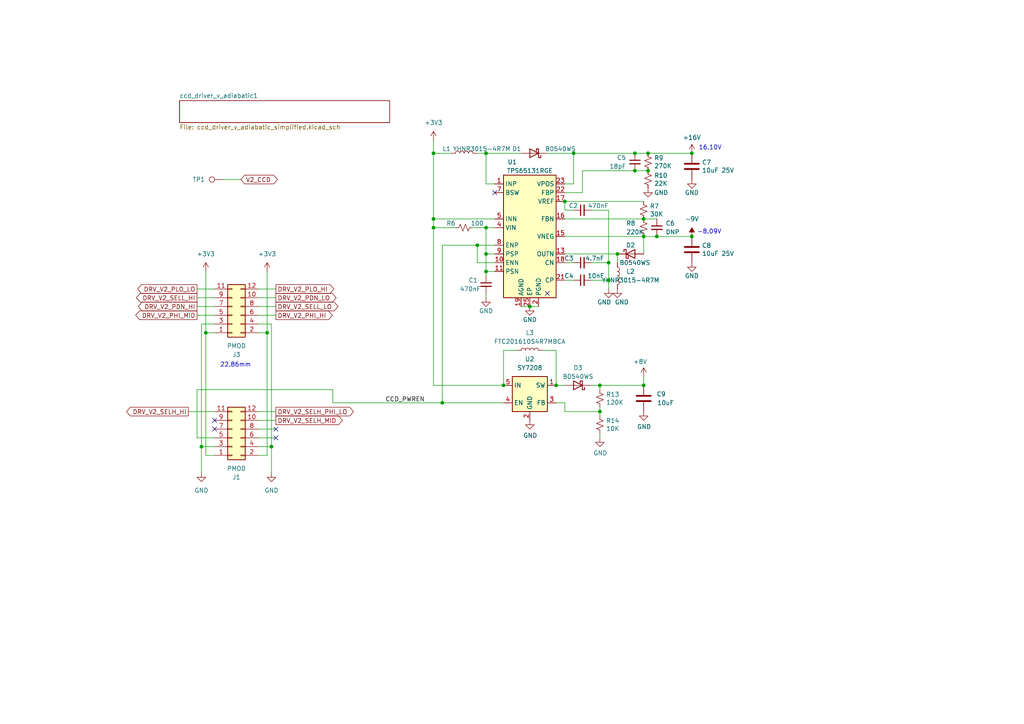
<source format=kicad_sch>
(kicad_sch (version 20231120) (generator "eeschema") (generator_version "8.0")
  (paper "A4")
  (lib_symbols
    (symbol "Connector:TestPoint" (pin_numbers hide) (pin_names (offset 0.762) hide)
      (property "Reference" "TP" (at 0 6.858 0))
      (property "Value" "TestPoint" (at 0 5.08 0))
      (symbol "TestPoint_0_1"
        (circle (center 0 3.302) (radius 0.762))
      )
      (symbol "TestPoint_1_1"
        (pin passive line (at 0 0 90) (length 2.54) (name "1") (number "1"))
      )
    )
    (symbol "Connector_Generic:Conn_02x06_Odd_Even" (pin_names (offset 1.016) hide)
      (property "Reference" "J" (at 1.27 7.62 0))
      (property "Value" "Conn_02x06_Odd_Even" (at 1.27 -10.16 0))
      (symbol "Conn_02x06_Odd_Even_1_1"
        (rectangle (start -1.27 -7.493) (end 0 -7.747) (stroke (width 0.1524)))
        (rectangle (start -1.27 -4.953) (end 0 -5.207) (stroke (width 0.1524)))
        (rectangle (start -1.27 -2.413) (end 0 -2.667) (stroke (width 0.1524)))
        (rectangle (start -1.27 0.127) (end 0 -0.127) (stroke (width 0.1524)))
        (rectangle (start -1.27 2.667) (end 0 2.413) (stroke (width 0.1524)))
        (rectangle (start -1.27 5.207) (end 0 4.953) (stroke (width 0.1524)))
        (rectangle (start -1.27 6.35) (end 3.81 -8.89) (stroke (width 0.254)) (fill (type background)))
        (rectangle (start 3.81 -7.493) (end 2.54 -7.747) (stroke (width 0.1524)))
        (rectangle (start 3.81 -4.953) (end 2.54 -5.207) (stroke (width 0.1524)))
        (rectangle (start 3.81 -2.413) (end 2.54 -2.667) (stroke (width 0.1524)))
        (rectangle (start 3.81 0.127) (end 2.54 -0.127) (stroke (width 0.1524)))
        (rectangle (start 3.81 2.667) (end 2.54 2.413) (stroke (width 0.1524)))
        (rectangle (start 3.81 5.207) (end 2.54 4.953) (stroke (width 0.1524)))
        (pin passive line (at -5.08 5.08 0) (length 3.81) (name "Pin_1") (number "1"))
        (pin passive line (at 7.62 -5.08 180) (length 3.81) (name "Pin_10") (number "10"))
        (pin passive line (at -5.08 -7.62 0) (length 3.81) (name "Pin_11") (number "11"))
        (pin passive line (at 7.62 -7.62 180) (length 3.81) (name "Pin_12") (number "12"))
        (pin passive line (at 7.62 5.08 180) (length 3.81) (name "Pin_2") (number "2"))
        (pin passive line (at -5.08 2.54 0) (length 3.81) (name "Pin_3") (number "3"))
        (pin passive line (at 7.62 2.54 180) (length 3.81) (name "Pin_4") (number "4"))
        (pin passive line (at -5.08 0 0) (length 3.81) (name "Pin_5") (number "5"))
        (pin passive line (at 7.62 0 180) (length 3.81) (name "Pin_6") (number "6"))
        (pin passive line (at -5.08 -2.54 0) (length 3.81) (name "Pin_7") (number "7"))
        (pin passive line (at 7.62 -2.54 180) (length 3.81) (name "Pin_8") (number "8"))
        (pin passive line (at -5.08 -5.08 0) (length 3.81) (name "Pin_9") (number "9"))
      )
    )
    (symbol "Device:C" (pin_numbers hide) (pin_names (offset 0.254))
      (property "Reference" "C" (at 0.635 2.54 0))
      (property "Value" "C" (at 0.635 -2.54 0))
      (symbol "C_0_1"
        (polyline (pts (xy -2.032 -0.762) (xy 2.032 -0.762)) (stroke (width 0.508)))
        (polyline (pts (xy -2.032 0.762) (xy 2.032 0.762)) (stroke (width 0.508)))
      )
      (symbol "C_1_1"
        (pin passive line (at 0 3.81 270) (length 2.794) (name "~") (number "1"))
        (pin passive line (at 0 -3.81 90) (length 2.794) (name "~") (number "2"))
      )
    )
    (symbol "Device:C_Small" (pin_numbers hide) (pin_names (offset 0.254) hide)
      (property "Reference" "C" (at 0.254 1.778 0))
      (property "Value" "C_Small" (at 0.254 -2.032 0))
      (symbol "C_Small_0_1"
        (polyline (pts (xy -1.524 -0.508) (xy 1.524 -0.508)) (stroke (width 0.3302)))
        (polyline (pts (xy -1.524 0.508) (xy 1.524 0.508)) (stroke (width 0.3048)))
      )
      (symbol "C_Small_1_1"
        (pin passive line (at 0 2.54 270) (length 2.032) (name "~") (number "1"))
        (pin passive line (at 0 -2.54 90) (length 2.032) (name "~") (number "2"))
      )
    )
    (symbol "Device:D_Schottky" (pin_numbers hide) (pin_names (offset 1.016) hide)
      (property "Reference" "D" (at 0 2.54 0))
      (property "Value" "D_Schottky" (at 0 -2.54 0))
      (symbol "D_Schottky_0_1"
        (polyline (pts (xy 1.27 0) (xy -1.27 0)))
        (polyline (pts (xy 1.27 1.27) (xy 1.27 -1.27) (xy -1.27 0) (xy 1.27 1.27)) (stroke (width 0.254)))
        (polyline (pts (xy -1.905 0.635) (xy -1.905 1.27) (xy -1.27 1.27) (xy -1.27 -1.27) (xy -0.635 -1.27) (xy -0.635 -0.635)) (stroke (width 0.254)))
      )
      (symbol "D_Schottky_1_1"
        (pin passive line (at -3.81 0 0) (length 2.54) (name "K") (number "1"))
        (pin passive line (at 3.81 0 180) (length 2.54) (name "A") (number "2"))
      )
    )
    (symbol "Device:L" (pin_numbers hide) (pin_names (offset 1.016) hide)
      (property "Reference" "L" (at -1.27 0 90))
      (property "Value" "L" (at 1.905 0 90))
      (symbol "L_0_1"
        (arc (start 0 -2.54) (mid 0.6323 -1.905) (end 0 -1.27))
        (arc (start 0 -1.27) (mid 0.6323 -0.635) (end 0 0))
        (arc (start 0 0) (mid 0.6323 0.635) (end 0 1.27))
        (arc (start 0 1.27) (mid 0.6323 1.905) (end 0 2.54))
      )
      (symbol "L_1_1"
        (pin passive line (at 0 3.81 270) (length 1.27) (name "1") (number "1"))
        (pin passive line (at 0 -3.81 90) (length 1.27) (name "2") (number "2"))
      )
    )
    (symbol "Device:R_Small_US" (pin_numbers hide) (pin_names (offset 0.254) hide)
      (property "Reference" "R" (at 0.762 0.508 0))
      (property "Value" "R_Small_US" (at 0.762 -1.016 0))
      (symbol "R_Small_US_1_1"
        (polyline (pts (xy 0 0) (xy 1.016 -0.381) (xy 0 -0.762) (xy -1.016 -1.143) (xy 0 -1.524)))
        (polyline (pts (xy 0 1.524) (xy 1.016 1.143) (xy 0 0.762) (xy -1.016 0.381) (xy 0 0)))
        (pin passive line (at 0 2.54 270) (length 1.016) (name "~") (number "1"))
        (pin passive line (at 0 -2.54 90) (length 1.016) (name "~") (number "2"))
      )
    )
    (symbol "Diode:MBR0530" (pin_numbers hide) (pin_names (offset 1.016) hide)
      (property "Reference" "D" (at 0 2.54 0))
      (property "Value" "MBR0530" (at 0 -2.54 0))
      (symbol "MBR0530_0_1"
        (polyline (pts (xy 1.27 0) (xy -1.27 0)))
        (polyline (pts (xy 1.27 1.27) (xy 1.27 -1.27) (xy -1.27 0) (xy 1.27 1.27)) (stroke (width 0.254)))
        (polyline (pts (xy -1.905 0.635) (xy -1.905 1.27) (xy -1.27 1.27) (xy -1.27 -1.27) (xy -0.635 -1.27) (xy -0.635 -0.635)) (stroke (width 0.254)))
      )
      (symbol "MBR0530_1_1"
        (pin passive line (at -3.81 0 0) (length 2.54) (name "K") (number "1"))
        (pin passive line (at 3.81 0 180) (length 2.54) (name "A") (number "2"))
      )
    )
    (symbol "Regulator_Switching:MT3608"
      (property "Reference" "U" (at -2.54 8.89 0))
      (property "Value" "MT3608" (at -3.81 6.35 0))
      (symbol "MT3608_0_1"
        (rectangle (start -5.08 5.08) (end 5.08 -5.08) (stroke (width 0.254)) (fill (type background)))
      )
      (symbol "MT3608_1_1"
        (pin passive line (at 7.62 2.54 180) (length 2.54) (name "SW") (number "1"))
        (pin power_in line (at 0 -7.62 90) (length 2.54) (name "GND") (number "2"))
        (pin input line (at 7.62 -2.54 180) (length 2.54) (name "FB") (number "3"))
        (pin input line (at -7.62 -2.54 0) (length 2.54) (name "EN") (number "4"))
        (pin power_in line (at -7.62 2.54 0) (length 2.54) (name "IN") (number "5"))
        (pin no_connect line (at 5.08 0 180) (length 2.54) hide (name "NC") (number "6"))
      )
    )
    (symbol "Regulator_Switching:TPS65130RGE"
      (property "Reference" "U" (at -6.858 21.082 0))
      (property "Value" "TPS65130RGE" (at -1.016 19.05 0))
      (symbol "TPS65130RGE_0_1"
        (rectangle (start -7.62 17.78) (end 7.62 -17.78) (stroke (width 0.254)) (fill (type background)))
      )
      (symbol "TPS65130RGE_1_1"
        (pin input line (at -10.16 15.24 0) (length 2.54) (name "INP") (number "1"))
        (pin input line (at -10.16 -7.62 0) (length 2.54) (name "ENN") (number "10"))
        (pin input line (at -10.16 -10.16 0) (length 2.54) (name "PSN") (number "11"))
        (pin no_connect line (at -7.62 7.62 0) (length 2.54) hide (name "NC") (number "12"))
        (pin output line (at 10.16 -5.08 180) (length 2.54) (name "OUTN") (number "13"))
        (pin passive line (at 10.16 -5.08 180) (length 2.54) hide (name "OUTN") (number "14"))
        (pin input line (at 10.16 0 180) (length 2.54) (name "VNEG") (number "15"))
        (pin input line (at 10.16 5.08 180) (length 2.54) (name "FBN") (number "16"))
        (pin output line (at 10.16 10.16 180) (length 2.54) (name "VREF") (number "17"))
        (pin passive line (at 10.16 -7.62 180) (length 2.54) (name "CN") (number "18"))
        (pin power_in line (at -2.54 -20.32 90) (length 2.54) (name "AGND") (number "19"))
        (pin power_in line (at 2.54 -20.32 90) (length 2.54) (name "PGND") (number "2"))
        (pin no_connect line (at -7.62 10.16 0) (length 2.54) hide (name "NC") (number "20"))
        (pin passive line (at 10.16 -12.7 180) (length 2.54) (name "CP") (number "21"))
        (pin input line (at 10.16 12.7 180) (length 2.54) (name "FBP") (number "22"))
        (pin input line (at 10.16 15.24 180) (length 2.54) (name "VPOS") (number "23"))
        (pin input line (at -10.16 15.24 0) (length 2.54) hide (name "INP") (number "24"))
        (pin passive line (at 0 -20.32 90) (length 2.54) (name "EP") (number "25"))
        (pin passive line (at 2.54 -20.32 90) (length 2.54) hide (name "PGND") (number "3"))
        (pin power_in line (at -10.16 2.54 0) (length 2.54) (name "VIN") (number "4"))
        (pin input line (at -10.16 5.08 0) (length 2.54) (name "INN") (number "5"))
        (pin input line (at -10.16 5.08 0) (length 2.54) hide (name "INN") (number "6"))
        (pin output line (at -10.16 12.7 0) (length 2.54) (name "BSW") (number "7"))
        (pin input line (at -10.16 -2.54 0) (length 2.54) (name "ENP") (number "8"))
        (pin input line (at -10.16 -5.08 0) (length 2.54) (name "PSP") (number "9"))
      )
    )
    (symbol "power:+3V3" (power) (pin_numbers hide) (pin_names (offset 0) hide)
      (property "Value" "+3V3" (at 0 3.556 0))
      (symbol "+3V3_0_1"
        (polyline (pts (xy -0.762 1.27) (xy 0 2.54)))
        (polyline (pts (xy 0 0) (xy 0 2.54)))
        (polyline (pts (xy 0 2.54) (xy 0.762 1.27)))
      )
      (symbol "+3V3_1_1"
        (pin power_in line (at 0 0 90) (length 0) (name "~") (number "1"))
      )
    )
    (symbol "power:+8V" (power) (pin_names (offset 0))
      (property "Value" "+8V" (at 0 3.556 0))
      (symbol "+8V_0_1"
        (polyline (pts (xy -0.762 1.27) (xy 0 2.54)))
        (polyline (pts (xy 0 0) (xy 0 2.54)))
        (polyline (pts (xy 0 2.54) (xy 0.762 1.27)))
      )
      (symbol "+8V_1_1"
        (pin power_in line (at 0 0 90) (length 0) hide (name "+8V") (number "1"))
      )
    )
    (symbol "power:-9V" (power) (pin_names (offset 0))
      (property "Value" "-9V" (at 0 3.81 0))
      (symbol "-9V_0_1"
        (polyline (pts (xy 0 0) (xy 0 2.54)))
        (polyline (pts (xy 0.762 1.27) (xy -0.762 1.27) (xy 0 2.54) (xy 0.762 1.27)) (fill (type outline)))
      )
      (symbol "-9V_1_1"
        (pin power_in line (at 0 0 90) (length 0) hide (name "-9V") (number "1"))
      )
    )
    (symbol "power:GND" (power) (pin_names (offset 0))
      (property "Value" "GND" (at 0 -3.81 0))
      (symbol "GND_0_1"
        (polyline (pts (xy 0 0) (xy 0 -1.27) (xy 1.27 -1.27) (xy 0 -2.54) (xy -1.27 -1.27) (xy 0 -1.27)))
      )
      (symbol "GND_1_1"
        (pin power_in line (at 0 0 270) (length 0) hide (name "GND") (number "1"))
      )
    )
    (symbol "symbols:+16V" (power) (pin_names (offset 0))
      (property "Value" "+16V" (at 0 3.556 0))
      (symbol "+16V_0_1"
        (polyline (pts (xy -0.762 1.27) (xy 0 2.54)))
        (polyline (pts (xy 0 0) (xy 0 2.54)))
        (polyline (pts (xy 0 2.54) (xy 0.762 1.27)))
      )
      (symbol "+16V_1_1"
        (pin power_in line (at 0 0 90) (length 0) hide (name "+16V") (number "1"))
      )
    )
  )
  (junction (at 186.69 68.58))
  (junction (at 58.42 129.54))
  (junction (at 78.74 129.54))
  (junction (at 140.97 78.74))
  (junction (at 176.53 76.2))
  (junction (at 200.66 44.45))
  (junction (at 125.73 66.04))
  (junction (at 176.53 81.28))
  (junction (at 140.97 66.04))
  (junction (at 128.27 116.84))
  (junction (at 125.73 44.45))
  (junction (at 125.73 63.5))
  (junction (at 200.66 68.58))
  (junction (at 187.96 44.45))
  (junction (at 163.83 58.42))
  (junction (at 140.97 44.45))
  (junction (at 138.43 71.12))
  (junction (at 173.99 119.38))
  (junction (at 184.15 44.45))
  (junction (at 184.15 49.53))
  (junction (at 146.05 111.76))
  (junction (at 161.29 111.76))
  (junction (at 187.96 49.53))
  (junction (at 153.67 88.9))
  (junction (at 190.5 68.58))
  (junction (at 179.07 73.66))
  (junction (at 166.37 44.45))
  (junction (at 140.97 73.66))
  (junction (at 173.99 111.76))
  (junction (at 186.69 111.76))
  (junction (at 186.69 63.5))
  (junction (at 77.47 96.52))
  (junction (at 59.69 96.52))
  (no_connect (at 80.01 124.46))
  (no_connect (at 80.01 127))
  (no_connect (at 143.51 55.88))
  (no_connect (at 62.23 121.92))
  (no_connect (at 62.23 124.46))
  (no_connect (at 158.75 85.09))
  (wire (pts (xy 149.86 101.6) (xy 146.05 101.6)))
  (wire (pts (xy 125.73 111.76) (xy 125.73 66.04)))
  (wire (pts (xy 138.43 76.2) (xy 138.43 71.12)))
  (wire (pts (xy 59.69 78.74) (xy 59.69 96.52)))
  (wire (pts (xy 171.45 81.28) (xy 176.53 81.28)))
  (wire (pts (xy 58.42 129.54) (xy 58.42 137.16)))
  (wire (pts (xy 125.73 66.04) (xy 132.08 66.04)))
  (wire (pts (xy 166.37 60.96) (xy 163.83 60.96)))
  (wire (pts (xy 163.83 68.58) (xy 186.69 68.58)))
  (wire (pts (xy 146.05 111.76) (xy 125.73 111.76)))
  (wire (pts (xy 96.52 113.03) (xy 96.52 116.84)))
  (wire (pts (xy 173.99 120.65) (xy 173.99 119.38)))
  (wire (pts (xy 96.52 116.84) (xy 128.27 116.84)))
  (wire (pts (xy 140.97 85.09) (xy 140.97 86.36)))
  (wire (pts (xy 171.45 76.2) (xy 176.53 76.2)))
  (wire (pts (xy 57.15 91.44) (xy 62.23 91.44)))
  (wire (pts (xy 140.97 73.66) (xy 140.97 78.74)))
  (wire (pts (xy 186.69 68.58) (xy 190.5 68.58)))
  (wire (pts (xy 62.23 96.52) (xy 59.69 96.52)))
  (wire (pts (xy 151.13 44.45) (xy 140.97 44.45)))
  (wire (pts (xy 163.83 76.2) (xy 166.37 76.2)))
  (wire (pts (xy 140.97 78.74) (xy 140.97 80.01)))
  (wire (pts (xy 57.15 113.03) (xy 96.52 113.03)))
  (wire (pts (xy 186.69 68.58) (xy 186.69 73.66)))
  (wire (pts (xy 125.73 44.45) (xy 125.73 63.5)))
  (wire (pts (xy 171.45 60.96) (xy 176.53 60.96)))
  (wire (pts (xy 143.51 78.74) (xy 140.97 78.74)))
  (wire (pts (xy 74.93 86.36) (xy 80.01 86.36)))
  (wire (pts (xy 163.83 53.34) (xy 166.37 53.34)))
  (wire (pts (xy 125.73 40.64) (xy 125.73 44.45)))
  (wire (pts (xy 161.29 111.76) (xy 161.29 101.6)))
  (wire (pts (xy 59.69 96.52) (xy 59.69 132.08)))
  (wire (pts (xy 163.83 119.38) (xy 163.83 116.84)))
  (wire (pts (xy 57.15 88.9) (xy 62.23 88.9)))
  (wire (pts (xy 140.97 53.34) (xy 143.51 53.34)))
  (wire (pts (xy 161.29 101.6) (xy 157.48 101.6)))
  (wire (pts (xy 74.93 88.9) (xy 80.01 88.9)))
  (wire (pts (xy 74.93 129.54) (xy 78.74 129.54)))
  (wire (pts (xy 173.99 119.38) (xy 163.83 119.38)))
  (wire (pts (xy 74.93 127) (xy 80.01 127)))
  (wire (pts (xy 77.47 78.74) (xy 77.47 96.52)))
  (wire (pts (xy 57.15 83.82) (xy 62.23 83.82)))
  (wire (pts (xy 62.23 93.98) (xy 58.42 93.98)))
  (wire (pts (xy 168.91 55.88) (xy 168.91 49.53)))
  (wire (pts (xy 179.07 73.66) (xy 179.07 76.2)))
  (wire (pts (xy 125.73 44.45) (xy 130.81 44.45)))
  (wire (pts (xy 173.99 111.76) (xy 186.69 111.76)))
  (wire (pts (xy 151.13 88.9) (xy 153.67 88.9)))
  (wire (pts (xy 62.23 127) (xy 57.15 127)))
  (wire (pts (xy 140.97 66.04) (xy 143.51 66.04)))
  (wire (pts (xy 138.43 44.45) (xy 140.97 44.45)))
  (wire (pts (xy 176.53 76.2) (xy 176.53 81.28)))
  (wire (pts (xy 54.61 119.38) (xy 62.23 119.38)))
  (wire (pts (xy 143.51 76.2) (xy 138.43 76.2)))
  (wire (pts (xy 58.42 93.98) (xy 58.42 129.54)))
  (wire (pts (xy 163.83 60.96) (xy 163.83 58.42)))
  (wire (pts (xy 163.83 81.28) (xy 166.37 81.28)))
  (wire (pts (xy 78.74 93.98) (xy 78.74 129.54)))
  (wire (pts (xy 128.27 116.84) (xy 146.05 116.84)))
  (wire (pts (xy 57.15 127) (xy 57.15 113.03)))
  (wire (pts (xy 173.99 125.73) (xy 173.99 127)))
  (wire (pts (xy 163.83 73.66) (xy 179.07 73.66)))
  (wire (pts (xy 166.37 44.45) (xy 184.15 44.45)))
  (wire (pts (xy 125.73 66.04) (xy 125.73 63.5)))
  (wire (pts (xy 137.16 66.04) (xy 140.97 66.04)))
  (wire (pts (xy 184.15 44.45) (xy 187.96 44.45)))
  (wire (pts (xy 146.05 101.6) (xy 146.05 111.76)))
  (wire (pts (xy 138.43 71.12) (xy 143.51 71.12)))
  (wire (pts (xy 158.75 44.45) (xy 166.37 44.45)))
  (wire (pts (xy 74.93 124.46) (xy 80.01 124.46)))
  (wire (pts (xy 163.83 58.42) (xy 186.69 58.42)))
  (wire (pts (xy 166.37 53.34) (xy 166.37 44.45)))
  (wire (pts (xy 163.83 55.88) (xy 168.91 55.88)))
  (wire (pts (xy 161.29 111.76) (xy 163.83 111.76)))
  (wire (pts (xy 176.53 60.96) (xy 176.53 76.2)))
  (wire (pts (xy 153.67 88.9) (xy 156.21 88.9)))
  (wire (pts (xy 140.97 73.66) (xy 143.51 73.66)))
  (wire (pts (xy 74.93 91.44) (xy 80.01 91.44)))
  (wire (pts (xy 140.97 66.04) (xy 140.97 73.66)))
  (wire (pts (xy 125.73 63.5) (xy 143.51 63.5)))
  (wire (pts (xy 74.93 132.08) (xy 77.47 132.08)))
  (wire (pts (xy 163.83 63.5) (xy 186.69 63.5)))
  (wire (pts (xy 184.15 49.53) (xy 187.96 49.53)))
  (wire (pts (xy 64.77 52.07) (xy 69.85 52.07)))
  (wire (pts (xy 62.23 132.08) (xy 59.69 132.08)))
  (wire (pts (xy 74.93 96.52) (xy 77.47 96.52)))
  (wire (pts (xy 186.69 109.22) (xy 186.69 111.76)))
  (wire (pts (xy 74.93 93.98) (xy 78.74 93.98)))
  (wire (pts (xy 171.45 111.76) (xy 173.99 111.76)))
  (wire (pts (xy 74.93 83.82) (xy 80.01 83.82)))
  (wire (pts (xy 173.99 118.11) (xy 173.99 119.38)))
  (wire (pts (xy 77.47 96.52) (xy 77.47 132.08)))
  (wire (pts (xy 78.74 129.54) (xy 78.74 137.16)))
  (wire (pts (xy 173.99 111.76) (xy 173.99 113.03)))
  (wire (pts (xy 57.15 86.36) (xy 62.23 86.36)))
  (wire (pts (xy 161.29 116.84) (xy 163.83 116.84)))
  (wire (pts (xy 128.27 71.12) (xy 138.43 71.12)))
  (wire (pts (xy 168.91 49.53) (xy 184.15 49.53)))
  (wire (pts (xy 74.93 121.92) (xy 80.01 121.92)))
  (wire (pts (xy 187.96 44.45) (xy 200.66 44.45)))
  (wire (pts (xy 140.97 44.45) (xy 140.97 53.34)))
  (wire (pts (xy 128.27 71.12) (xy 128.27 116.84)))
  (wire (pts (xy 74.93 119.38) (xy 80.01 119.38)))
  (wire (pts (xy 62.23 129.54) (xy 58.42 129.54)))
  (wire (pts (xy 176.53 81.28) (xy 176.53 83.82)))
  (wire (pts (xy 190.5 68.58) (xy 200.66 68.58)))
  (wire (pts (xy 186.69 63.5) (xy 190.5 63.5)))
  (text "-8.09V" (at 205.74 67.31 0) (effects (font (size 1.27 1.27))))
  (text "16.10V" (at 205.994 42.926 0) (effects (font (size 1.27 1.27))))
  (text "22.86mm" (at 68.326 105.918 0) (effects (font (size 1.27 1.27))))
  (label "CCD_PWREN" (at 111.76 116.84 0))
  (global_label "DRV_V2_PLO_LO" (shape output) (at 57.15 83.82 180) (property "Intersheetrefs" "${INTERSHEET_REFS}" (effects (hide yes))))
  (global_label "DRV_V2_PLO_HI" (shape output) (at 80.01 83.82 0) (property "Intersheetrefs" "${INTERSHEET_REFS}" (effects (hide yes))))
  (global_label "DRV_V2_PDN_HI" (shape output) (at 57.15 88.9 180) (property "Intersheetrefs" "${INTERSHEET_REFS}" (effects (hide yes))))
  (global_label "DRV_V2_PDN_LO" (shape output) (at 80.01 86.36 0) (property "Intersheetrefs" "${INTERSHEET_REFS}" (effects (hide yes))))
  (global_label "DRV_V2_SELH_MID" (shape output) (at 80.01 121.92 0) (property "Intersheetrefs" "${INTERSHEET_REFS}" (effects (hide yes))))
  (global_label "DRV_V2_PHI_MID" (shape output) (at 57.15 91.44 180) (property "Intersheetrefs" "${INTERSHEET_REFS}" (effects (hide yes))))
  (global_label "DRV_V2_SELL_HI" (shape output) (at 57.15 86.36 180) (property "Intersheetrefs" "${INTERSHEET_REFS}" (effects (hide yes))))
  (global_label "DRV_V2_PHI_HI" (shape output) (at 80.01 91.44 0) (property "Intersheetrefs" "${INTERSHEET_REFS}" (effects (hide yes))))
  (global_label "V2_CCD" (shape bidirectional) (at 69.85 52.07 0) (property "Intersheetrefs" "${INTERSHEET_REFS}" (effects (hide yes))))
  (global_label "DRV_V2_SELH_PHI_LO" (shape output) (at 80.01 119.38 0) (property "Intersheetrefs" "${INTERSHEET_REFS}" (effects (hide yes))))
  (global_label "DRV_V2_SELL_LO" (shape output) (at 80.01 88.9 0) (property "Intersheetrefs" "${INTERSHEET_REFS}" (effects (hide yes))))
  (global_label "DRV_V2_SELH_HI" (shape output) (at 54.61 119.38 180) (property "Intersheetrefs" "${INTERSHEET_REFS}" (effects (hide yes))))
  (symbol (lib_id "power:GND") (at 179.07 83.82 0) (mirror y) (unit 1)
    (property "Reference" "#PWR015" (effects (hide yes)))
    (property "Value" "GND" (at 180.34 87.63 0))
  )
  (symbol (lib_id "power:GND") (at 200.66 76.2 0) (mirror y) (unit 1)
    (property "Reference" "#PWR020" (effects (hide yes)))
    (property "Value" "GND" (at 200.66 80.01 0))
  )
  (symbol (lib_id "Regulator_Switching:MT3608") (at 153.67 114.3 0) (unit 1)
    (property "Reference" "U2" (at 153.6171 104.14 0))
    (property "Value" "SY7208" (at 153.67 106.68 0))
    (property "Footprint" "Package_TO_SOT_SMD:SOT-23-6" (effects (hide yes)))
    (property "Datasheet" "https://www.olimex.com/Products/Breadboarding/BB-PWR-3608/resources/MT3608.pdf" (effects (hide yes)))
  )
  (symbol (lib_id "Device:R_Small_US") (at 173.99 123.19 0) (unit 1)
    (property "Reference" "R14" (at 175.768 122.0216 0) (effects (justify left)))
    (property "Value" "10K" (at 175.768 124.333 0) (effects (justify left)))
    (property "Footprint" "Resistor_SMD:R_0402_1005Metric" (effects (hide yes)))
  )
  (symbol (lib_id "power:+8V") (at 186.69 109.22 0) (unit 1)
    (property "Reference" "#PWR023" (effects (hide yes)))
    (property "Value" "+8V" (at 185.674 104.902 0))
  )
  (symbol (lib_id "Device:C_Small") (at 184.15 46.99 0) (mirror y) (unit 1)
    (property "Reference" "C5" (at 181.61 45.72 0) (effects (justify left)))
    (property "Value" "18pF" (at 181.61 48.26 0) (effects (justify left)))
    (property "Footprint" "Capacitor_SMD:C_0402_1005Metric" (effects (hide yes)))
  )
  (symbol (lib_id "power:GND") (at 176.53 83.82 0) (mirror y) (unit 1)
    (property "Reference" "#PWR013" (effects (hide yes)))
    (property "Value" "GND" (at 175.26 87.63 0))
  )
  (symbol (lib_id "Connector_Generic:Conn_02x06_Odd_Even") (at 67.31 127 0) (mirror x) (unit 1)
    (property "Reference" "J1" (at 68.58 138.43 0))
    (property "Value" "PMOD" (at 68.58 135.89 0))
    (property "Footprint" "Connector_PinHeader_2.54mm:PinHeader_2x06_P2.54mm_Horizontal" (effects (hide yes)))
    (property "Description" "Generic connector, double row, 02x06, odd/even pin numbering scheme (row 1 odd numbers, row 2 even numbers), script generated (kicad-library-utils/schlib/autogen/connector/)" (effects (hide yes)))
  )
  (symbol (lib_id "Device:R_Small_US") (at 186.69 60.96 0) (unit 1)
    (property "Reference" "R7" (at 188.468 59.7916 0) (effects (justify left)))
    (property "Value" "30K" (at 188.468 62.103 0) (effects (justify left)))
    (property "Footprint" "Resistor_SMD:R_0402_1005Metric" (effects (hide yes)))
  )
  (symbol (lib_id "Device:L") (at 153.67 101.6 90) (unit 1)
    (property "Reference" "L3" (at 153.67 96.52 90))
    (property "Value" "FTC201610S4R7MBCA" (at 153.67 99.06 90))
    (property "Footprint" "Inductor_SMD:L_Murata_DFE201610P" (effects (hide yes)))
  )
  (symbol (lib_id "Device:C") (at 186.69 115.57 180) (unit 1)
    (property "Reference" "C9" (at 191.77 114.3 0))
    (property "Value" "10uF" (at 193.04 116.84 0))
    (property "Footprint" "Capacitor_SMD:C_0603_1608Metric" (effects (hide yes)))
  )
  (symbol (lib_id "Device:C_Small") (at 168.91 60.96 90) (mirror x) (unit 1)
    (property "Reference" "C2" (at 167.64 59.69 90) (effects (justify left)))
    (property "Value" "470nF" (at 176.53 59.69 90) (effects (justify left)))
    (property "Footprint" "Capacitor_SMD:C_0402_1005Metric" (effects (hide yes)))
  )
  (symbol (lib_id "Diode:MBR0530") (at 167.64 111.76 180) (unit 1)
    (property "Reference" "D3" (at 167.64 106.68 0))
    (property "Value" "B0540WS" (at 167.64 109.22 0))
    (property "Footprint" "Diode_SMD:D_SOD-323" (effects (hide yes)))
  )
  (symbol (lib_id "Device:D_Schottky") (at 182.88 73.66 0) (unit 1)
    (property "Reference" "D2" (at 182.88 71.12 0))
    (property "Value" "B0540WS" (at 184.15 76.2 0))
    (property "Footprint" "Diode_SMD:D_SOD-323" (effects (hide yes)))
  )
  (symbol (lib_id "Device:R_Small_US") (at 187.96 52.07 0) (unit 1)
    (property "Reference" "R10" (at 189.738 50.9016 0) (effects (justify left)))
    (property "Value" "22K" (at 189.738 53.213 0) (effects (justify left)))
    (property "Footprint" "Resistor_SMD:R_0402_1005Metric" (effects (hide yes)))
  )
  (symbol (lib_id "Device:L") (at 179.07 80.01 0) (mirror x) (unit 1)
    (property "Reference" "L2" (at 182.88 78.74 0))
    (property "Value" "YHNR3015-4R7M" (at 182.88 81.28 0))
    (property "Footprint" "Inductor_SMD:L_Changjiang_FNR3015S" (effects (hide yes)))
  )
  (symbol (lib_id "power:GND") (at 153.67 121.92 0) (unit 1)
    (property "Reference" "#PWR021" (effects (hide yes)))
    (property "Value" "GND" (at 153.797 126.3142 0))
  )
  (symbol (lib_id "Device:C_Small") (at 168.91 81.28 90) (mirror x) (unit 1)
    (property "Reference" "C4" (at 166.37 80.01 90) (effects (justify left)))
    (property "Value" "10nF" (at 175.26 80.01 90) (effects (justify left)))
    (property "Footprint" "Capacitor_SMD:C_0402_1005Metric" (effects (hide yes)))
  )
  (symbol (lib_id "Device:C_Small") (at 168.91 76.2 90) (mirror x) (unit 1)
    (property "Reference" "C3" (at 166.37 74.93 90) (effects (justify left)))
    (property "Value" "4.7nF" (at 175.26 74.93 90) (effects (justify left)))
    (property "Footprint" "Capacitor_SMD:C_0402_1005Metric" (effects (hide yes)))
  )
  (symbol (lib_id "power:GND") (at 78.74 137.16 0) (unit 1)
    (property "Reference" "#PWR014" (effects (hide yes)))
    (property "Value" "GND" (at 78.74 142.24 0))
    (property "Description" "Power symbol creates a global label with name \"GND\" , ground" (effects (hide yes)))
  )
  (symbol (lib_id "Device:C") (at 200.66 72.39 0) (unit 1)
    (property "Reference" "C8" (at 203.581 71.2216 0) (effects (justify left)))
    (property "Value" "10uF 25V" (at 203.581 73.533 0) (effects (justify left)))
    (property "Footprint" "Capacitor_SMD:C_0805_2012Metric" (effects (hide yes)))
  )
  (symbol (lib_id "power:GND") (at 173.99 127 0) (unit 1)
    (property "Reference" "#PWR022" (effects (hide yes)))
    (property "Value" "GND" (at 174.117 131.3942 0))
  )
  (symbol (lib_id "power:GND") (at 58.42 137.16 0) (mirror y) (unit 1)
    (property "Reference" "#PWR011" (effects (hide yes)))
    (property "Value" "GND" (at 58.42 142.24 0))
    (property "Description" "Power symbol creates a global label with name \"GND\" , ground" (effects (hide yes)))
  )
  (symbol (lib_id "Connector_Generic:Conn_02x06_Odd_Even") (at 67.31 91.44 0) (mirror x) (unit 1)
    (property "Reference" "J3" (at 68.58 102.87 0))
    (property "Value" "PMOD" (at 68.58 100.33 0))
    (property "Footprint" "Connector_PinHeader_2.54mm:PinHeader_2x06_P2.54mm_Horizontal" (effects (hide yes)))
    (property "Description" "Generic connector, double row, 02x06, odd/even pin numbering scheme (row 1 odd numbers, row 2 even numbers), script generated (kicad-library-utils/schlib/autogen/connector/)" (effects (hide yes)))
  )
  (symbol (lib_id "Device:R_Small_US") (at 134.62 66.04 270) (unit 1)
    (property "Reference" "R6" (at 130.81 64.77 90))
    (property "Value" "100" (at 138.43 64.77 90))
    (property "Footprint" "Resistor_SMD:R_0402_1005Metric" (effects (hide yes)))
  )
  (symbol (lib_id "Device:L") (at 134.62 44.45 270) (mirror x) (unit 1)
    (property "Reference" "L1" (at 129.54 43.18 90))
    (property "Value" "YHNR3015-4R7M" (at 139.7 43.18 90))
    (property "Footprint" "Inductor_SMD:L_Changjiang_FNR3015S" (effects (hide yes)))
  )
  (symbol (lib_id "power:+3V3") (at 59.69 78.74 0) (unit 1)
    (property "Reference" "#PWR09" (effects (hide yes)))
    (property "Value" "+3V3" (at 59.69 73.66 0))
    (property "Description" "Power symbol creates a global label with name \"+3V3\"" (effects (hide yes)))
  )
  (symbol (lib_id "Device:R_Small_US") (at 173.99 115.57 0) (unit 1)
    (property "Reference" "R13" (at 175.768 114.4016 0) (effects (justify left)))
    (property "Value" "120K" (at 175.768 116.713 0) (effects (justify left)))
    (property "Footprint" "Resistor_SMD:R_0402_1005Metric" (effects (hide yes)))
  )
  (symbol (lib_id "Regulator_Switching:TPS65130RGE") (at 153.67 68.58 0) (unit 1)
    (property "Reference" "U1" (at 148.59 46.99 0))
    (property "Value" "TPS65131RGE" (at 153.67 49.53 0))
    (property "Footprint" "footprints:VQFN-24-1EP_4x4mm_P0.5mm_EP2.45x2.45mm_0.3ThermalVias" (effects (hide yes)))
    (property "Datasheet" "http://www.ti.com/lit/ds/symlink/tps65130.pdf" (effects (hide yes)))
  )
  (symbol (lib_id "power:+3V3") (at 77.47 78.74 0) (unit 1)
    (property "Reference" "#PWR08" (effects (hide yes)))
    (property "Value" "+3V3" (at 77.47 73.66 0))
    (property "Description" "Power symbol creates a global label with name \"+3V3\"" (effects (hide yes)))
  )
  (symbol (lib_id "Device:D_Schottky") (at 154.94 44.45 180) (unit 1)
    (property "Reference" "D1" (at 149.86 43.18 0))
    (property "Value" "B0540WS" (at 162.56 43.18 0))
    (property "Footprint" "Diode_SMD:D_SOD-323" (effects (hide yes)))
  )
  (symbol (lib_id "symbols:+16V") (at 200.66 44.45 0) (unit 1)
    (property "Reference" "#PWR019" (effects (hide yes)))
    (property "Value" "+16V" (at 200.66 39.878 0))
  )
  (symbol (lib_id "Connector:TestPoint") (at 64.77 52.07 90) (unit 1)
    (property "Reference" "TP1" (at 57.658 52.07 90))
    (property "Value" "TestPoint" (effects (hide yes)))
    (property "Footprint" "TestPoint:TestPoint_Loop_D1.80mm_Drill1.0mm_Beaded" (effects (hide yes)))
    (property "Description" "test point" (effects (hide yes)))
  )
  (symbol (lib_id "Device:C_Small") (at 140.97 82.55 0) (unit 1)
    (property "Reference" "C1" (at 135.89 81.28 0) (effects (justify left)))
    (property "Value" "470nF" (at 133.35 83.82 0) (effects (justify left)))
    (property "Footprint" "Capacitor_SMD:C_0402_1005Metric" (effects (hide yes)))
  )
  (symbol (lib_id "power:GND") (at 140.97 86.36 0) (mirror y) (unit 1)
    (property "Reference" "#PWR010" (effects (hide yes)))
    (property "Value" "GND" (at 140.97 90.17 0))
  )
  (symbol (lib_id "power:GND") (at 200.66 52.07 0) (mirror y) (unit 1)
    (property "Reference" "#PWR018" (effects (hide yes)))
    (property "Value" "GND" (at 200.66 55.88 0))
  )
  (symbol (lib_id "Device:C_Small") (at 190.5 66.04 0) (unit 1)
    (property "Reference" "C6" (at 193.04 64.77 0) (effects (justify left)))
    (property "Value" "DNP" (at 193.04 67.31 0) (effects (justify left)))
    (property "Footprint" "Capacitor_SMD:C_0402_1005Metric" (effects (hide yes)))
  )
  (symbol (lib_id "Device:R_Small_US") (at 187.96 46.99 0) (unit 1)
    (property "Reference" "R9" (at 189.738 45.8216 0) (effects (justify left)))
    (property "Value" "270K" (at 189.738 48.133 0) (effects (justify left)))
    (property "Footprint" "Resistor_SMD:R_0402_1005Metric" (effects (hide yes)))
  )
  (symbol (lib_id "Device:C") (at 200.66 48.26 0) (unit 1)
    (property "Reference" "C7" (at 203.581 47.0916 0) (effects (justify left)))
    (property "Value" "10uF 25V" (at 203.581 49.403 0) (effects (justify left)))
    (property "Footprint" "Capacitor_SMD:C_0805_2012Metric" (effects (hide yes)))
  )
  (symbol (lib_id "power:GND") (at 153.67 88.9 0) (mirror y) (unit 1)
    (property "Reference" "#PWR012" (effects (hide yes)))
    (property "Value" "GND" (at 153.67 92.71 0))
  )
  (symbol (lib_id "power:GND") (at 186.69 119.38 0) (unit 1)
    (property "Reference" "#PWR024" (effects (hide yes)))
    (property "Value" "GND" (at 186.817 123.7742 0))
  )
  (symbol (lib_id "power:GND") (at 187.96 54.61 0) (mirror y) (unit 1)
    (property "Reference" "#PWR016" (effects (hide yes)))
    (property "Value" "GND" (at 191.77 55.88 0))
  )
  (symbol (lib_id "Device:R_Small_US") (at 186.69 66.04 0) (unit 1)
    (property "Reference" "R8" (at 181.61 64.77 0) (effects (justify left)))
    (property "Value" "220K" (at 181.61 67.31 0) (effects (justify left)))
    (property "Footprint" "Resistor_SMD:R_0402_1005Metric" (effects (hide yes)))
  )
  (symbol (lib_id "power:+3V3") (at 125.73 40.64 0) (unit 1)
    (property "Reference" "#PWR07" (effects (hide yes)))
    (property "Value" "+3V3" (at 125.73 35.56 0))
    (property "Description" "Power symbol creates a global label with name \"+3V3\"" (effects (hide yes)))
  )
  (symbol (lib_id "power:-9V") (at 200.66 68.58 0) (unit 1)
    (property "Reference" "#PWR017" (effects (hide yes)))
    (property "Value" "-9V" (at 200.66 63.5 0))
  )
  (sheet (at 52.07 29.21) (size 60.96 6.35) (stroke (width 0.1524))
    (property "Sheetname" "ccd_driver_v_adiabatic1" (at 52.07 28.4984 0) (effects (justify left bottom)))
    (property "Sheetfile" "ccd_driver_v_adiabatic_simplified.kicad_sch" (at 52.07 36.1446 0) (effects (justify left top)))
  )
)
</source>
